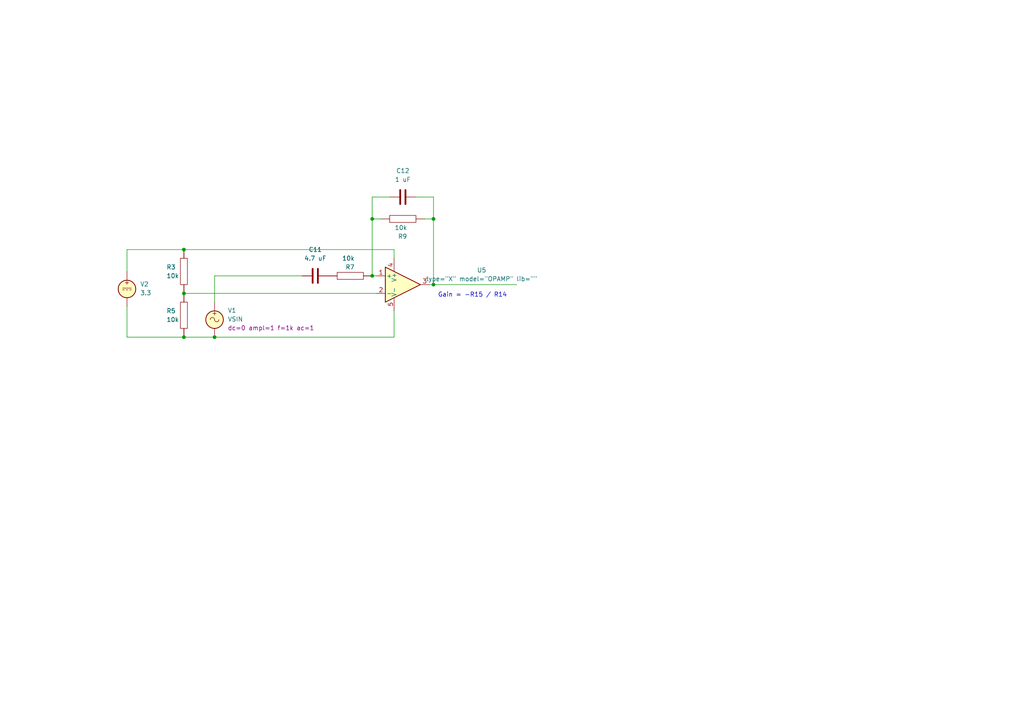
<source format=kicad_sch>
(kicad_sch (version 20230121) (generator eeschema)
  (paper "A4")
  (lib_symbols
    (symbol "Device:C" (pin_numbers hide) (pin_names (offset 0.254))
      (property "Reference" "C" (at 0.635 2.54 0))
      (property "Value" "C" (at 0.635 -2.54 0))
      (symbol "C_0_1"
        (polyline (pts (xy -2.032 -0.762) (xy 2.032 -0.762)) (stroke (width 0.508)))
        (polyline (pts (xy -2.032 0.762) (xy 2.032 0.762)) (stroke (width 0.508)))
      )
      (symbol "C_1_1"
        (pin passive line (at 0 3.81 270) (length 2.794) (name "~") (number "1"))
        (pin passive line (at 0 -3.81 90) (length 2.794) (name "~") (number "2"))
      )
    )
    (symbol "Simulation_SPICE:OPAMP" (pin_names (offset 0.254))
      (property "Reference" "U" (at 3.81 3.175 0))
      (property "Value" "${SIM.PARAMS}" (at 3.81 -3.175 0))
      (symbol "OPAMP_0_1"
        (polyline (pts (xy 5.08 0) (xy -5.08 5.08) (xy -5.08 -5.08) (xy 5.08 0)) (stroke (width 0.254)) (fill (type background)))
      )
      (symbol "OPAMP_1_1"
        (pin input line (at -7.62 2.54 0) (length 2.54) (name "+") (number "1"))
        (pin input line (at -7.62 -2.54 0) (length 2.54) (name "-") (number "2"))
        (pin output line (at 7.62 0 180) (length 2.54) (name "~") (number "3"))
        (pin power_in line (at -2.54 7.62 270) (length 3.81) (name "V+") (number "4"))
        (pin power_in line (at -2.54 -7.62 90) (length 3.81) (name "V-") (number "5"))
      )
    )
    (symbol "Simulation_SPICE:VDC" (pin_numbers hide) (pin_names (offset 0.0254))
      (property "Reference" "V" (at 2.54 2.54 0))
      (property "Value" "1" (at 2.54 0 0))
      (symbol "VDC_0_0"
        (polyline (pts (xy -1.27 0.254) (xy 1.27 0.254)))
        (polyline (pts (xy -0.762 -0.254) (xy -1.27 -0.254)))
        (polyline (pts (xy 0.254 -0.254) (xy -0.254 -0.254)))
        (polyline (pts (xy 1.27 -0.254) (xy 0.762 -0.254)))
        (text "+" (at 0 1.905 0) (effects (font (size 1.27 1.27))))
      )
      (symbol "VDC_0_1"
        (circle (center 0 0) (radius 2.54) (stroke (width 0.254)) (fill (type background)))
      )
      (symbol "VDC_1_1"
        (pin passive line (at 0 5.08 270) (length 2.54) (name "~") (number "1"))
        (pin passive line (at 0 -5.08 90) (length 2.54) (name "~") (number "2"))
      )
    )
    (symbol "Simulation_SPICE:VSIN" (pin_numbers hide) (pin_names (offset 0.0254))
      (property "Reference" "V" (at 2.54 2.54 0))
      (property "Value" "VSIN" (at 2.54 0 0))
      (property "Sim.Params" "dc=0 ampl=1 f=1k ac=1" (at 2.54 -2.54 0))
      (symbol "VSIN_0_0"
        (arc (start 0 0) (mid -0.635 0.6323) (end -1.27 0))
        (arc (start 0 0) (mid 0.635 -0.6323) (end 1.27 0))
        (text "+" (at 0 1.905 0) (effects (font (size 1.27 1.27))))
      )
      (symbol "VSIN_0_1"
        (circle (center 0 0) (radius 2.54) (stroke (width 0.254)) (fill (type background)))
      )
      (symbol "VSIN_1_1"
        (pin passive line (at 0 5.08 270) (length 2.54) (name "~") (number "1"))
        (pin passive line (at 0 -5.08 90) (length 2.54) (name "~") (number "2"))
      )
    )
    (symbol "pspice:R" (pin_numbers hide) (pin_names (offset 0))
      (property "Reference" "R" (at 2.032 0 90))
      (property "Value" "R" (at 0 0 90))
      (symbol "R_0_1"
        (rectangle (start -1.016 3.81) (end 1.016 -3.81))
      )
      (symbol "R_1_1"
        (pin passive line (at 0 6.35 270) (length 2.54) (name "~") (number "1"))
        (pin passive line (at 0 -6.35 90) (length 2.54) (name "~") (number "2"))
      )
    )
  )
  (junction (at 53.34 72.39))
  (junction (at 53.34 85.09))
  (junction (at 125.73 82.55))
  (junction (at 107.95 63.5))
  (junction (at 125.73 63.5))
  (junction (at 62.23 97.79))
  (junction (at 53.34 97.79))
  (junction (at 107.95 80.01))
  (wire (pts (xy 62.23 87.63) (xy 62.23 80.01)))
  (wire (pts (xy 36.83 78.74) (xy 36.83 72.39)))
  (wire (pts (xy 53.34 72.39) (xy 114.3 72.39)))
  (wire (pts (xy 120.65 57.15) (xy 125.73 57.15)))
  (wire (pts (xy 114.3 90.17) (xy 114.3 97.79)))
  (wire (pts (xy 53.34 97.79) (xy 62.23 97.79)))
  (wire (pts (xy 125.73 82.55) (xy 149.86 82.55)))
  (wire (pts (xy 62.23 80.01) (xy 87.63 80.01)))
  (wire (pts (xy 62.23 97.79) (xy 114.3 97.79)))
  (wire (pts (xy 36.83 72.39) (xy 53.34 72.39)))
  (wire (pts (xy 125.73 82.55) (xy 124.46 82.55)))
  (wire (pts (xy 107.95 63.5) (xy 107.95 80.01)))
  (wire (pts (xy 113.03 57.15) (xy 107.95 57.15)))
  (wire (pts (xy 53.34 85.09) (xy 109.22 85.09)))
  (wire (pts (xy 36.83 88.9) (xy 36.83 97.79)))
  (wire (pts (xy 125.73 57.15) (xy 125.73 63.5)))
  (wire (pts (xy 123.19 63.5) (xy 125.73 63.5)))
  (wire (pts (xy 107.95 80.01) (xy 109.22 80.01)))
  (wire (pts (xy 36.83 97.79) (xy 53.34 97.79)))
  (wire (pts (xy 107.95 57.15) (xy 107.95 63.5)))
  (wire (pts (xy 110.49 63.5) (xy 107.95 63.5)))
  (wire (pts (xy 125.73 63.5) (xy 125.73 82.55)))
  (wire (pts (xy 114.3 72.39) (xy 114.3 74.93)))
  (text "Gain = -R15 / R14" (at 127 86.36 0) (effects (font (size 1.27 1.27)) (justify left bottom)))
  (symbol (lib_id "Simulation_SPICE:VDC") (at 36.83 83.82 0) (unit 1)
    (property "Reference" "V2" (at 40.64 82.4202 0) (effects (justify left)))
    (property "Value" "3.3" (at 40.64 84.9602 0) (effects (justify left)))
    (property "Sim.Pins" "1=+ 2=-" (effects hide))
    (property "Sim.Type" "DC" (effects hide))
    (property "Sim.Device" "V" (effects hide))
  )
  (symbol (lib_id "Device:C") (at 91.44 80.01 90) (unit 1)
    (property "Reference" "C11" (at 91.44 72.39 90))
    (property "Value" "4.7 uF" (at 91.44 74.93 90))
    (instances (project "stm32f030_adc" (path "" (reference "C11") (unit 1)) (path "" (reference "C11") (unit 1)) (path "" (reference "C13") (unit 1))))
  )
  (symbol (lib_id "pspice:R") (at 53.34 91.44 0) (unit 1)
    (property "Reference" "R5" (at 48.26 90.17 0) (effects (justify left)))
    (property "Value" "10k" (at 48.26 92.71 0) (effects (justify left)))
    (instances (project "stm32f030_adc" (path "" (reference "R5") (unit 1)) (path "" (reference "R14") (unit 1)) (path "" (reference "R18") (unit 1))))
  )
  (symbol (lib_id "Device:C") (at 116.84 57.15 90) (unit 1)
    (property "Reference" "C12" (at 116.84 49.53 90))
    (property "Value" "1 uF" (at 116.84 52.07 90))
    (instances (project "stm32f030_adc" (path "" (reference "C12") (unit 1)) (path "" (reference "C12") (unit 1)) (path "" (reference "C14") (unit 1))))
  )
  (symbol (lib_id "pspice:R") (at 53.34 78.74 0) (unit 1)
    (property "Reference" "R3" (at 48.26 77.47 0) (effects (justify left)))
    (property "Value" "10k" (at 48.26 80.01 0) (effects (justify left)))
    (instances (project "stm32f030_adc" (path "" (reference "R3") (unit 1)) (path "" (reference "R13") (unit 1)) (path "" (reference "R17") (unit 1))))
  )
  (symbol (lib_id "pspice:R") (at 116.84 63.5 90) (unit 1)
    (property "Reference" "R9" (at 118.11 68.58 90) (effects (justify left)))
    (property "Value" "10k" (at 118.11 66.04 90) (effects (justify left)))
    (instances (project "stm32f030_adc" (path "" (reference "R9") (unit 1)) (path "" (reference "R16") (unit 1)) (path "" (reference "R20") (unit 1))))
  )
  (symbol (lib_id "Simulation_SPICE:VSIN") (at 62.23 92.71 0) (unit 1)
    (property "Reference" "V1" (at 66.04 90.0402 0) (effects (justify left)))
    (property "Value" "VSIN" (at 66.04 92.5802 0) (effects (justify left)))
    (property "Sim.Pins" "1=+ 2=-" (effects hide))
    (property "Sim.Params" "dc=0 ampl=1 f=1k ac=1" (at 66.04 95.1202 0) (effects (justify left)))
    (property "Sim.Type" "SIN" (effects hide))
    (property "Sim.Device" "V" (effects hide))
  )
  (symbol (lib_id "pspice:R") (at 101.6 80.01 90) (unit 1)
    (property "Reference" "R7" (at 102.87 77.47 90) (effects (justify left)))
    (property "Value" "10k" (at 102.87 74.93 90) (effects (justify left)))
    (instances (project "stm32f030_adc" (path "" (reference "R7") (unit 1)) (path "" (reference "R15") (unit 1)) (path "" (reference "R19") (unit 1))))
  )
  (symbol (lib_id "Simulation_SPICE:OPAMP") (at 116.84 82.55 0) (unit 1)
    (property "Reference" "U5" (at 139.7 78.3591 0))
    (property "Value" "${SIM.PARAMS}" (at 139.7 80.8991 0))
    (property "Sim.Pins" "1=1 2=2 3=3 4=4 5=5" (effects hide))
    (property "Sim.Device" "SPICE" (effects hide))
    (property "Sim.Params" "type=\"X\" model=\"OPAMP\" lib=\"\"" (effects hide))
  )
)
</source>
